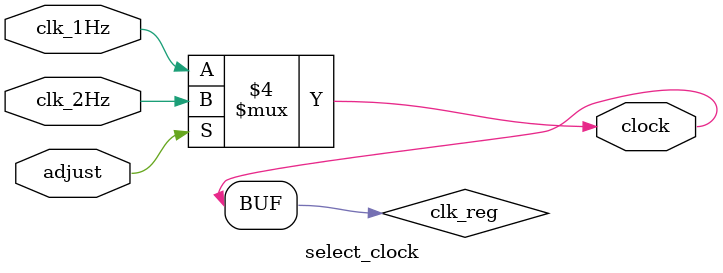
<source format=v>
`timescale 1ns / 1ps
module select_clock(
	// INPUT
	clk_1Hz, clk_2Hz, adjust,
	
	// OUTPUT
	clock
    );
	 
	 input clk_1Hz;
	 input clk_2Hz;
	 input adjust;
	 
	 output clock;
	 
	 reg clk_reg;
	 
	 assign clock = clk_reg;
	 
	 always @(*)
	 begin
	 
		if (adjust == 0)
			clk_reg = clk_1Hz;
		else
			clk_reg = clk_2Hz;
			
	 end

endmodule

</source>
